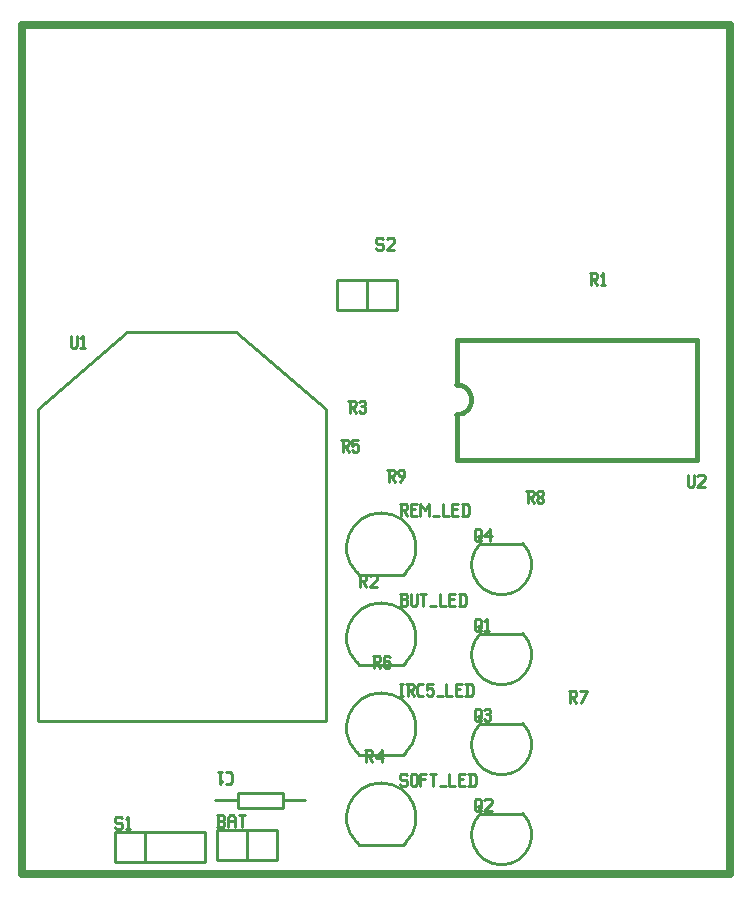
<source format=gbr>
G04 start of page 7 for group -4079 idx -4079 *
G04 Title: (unknown), topsilk *
G04 Creator: pcb 20110918 *
G04 CreationDate: Tue 12 Jun 2012 03:36:23 PM GMT UTC *
G04 For: ed *
G04 Format: Gerber/RS-274X *
G04 PCB-Dimensions: 236000 283000 *
G04 PCB-Coordinate-Origin: lower left *
%MOIN*%
%FSLAX25Y25*%
%LNTOPSILK*%
%ADD57C,0.0150*%
%ADD56C,0.0100*%
%ADD55C,0.0250*%
G54D55*X0Y0D02*X236000D01*
Y283000D01*
X0D02*Y0D01*
X236000Y283000D02*X0D01*
G54D56*X5300Y154900D02*X35200Y180600D01*
X71400D01*
X101300Y154900D01*
Y50900D01*
X5300D02*X101300D01*
X5300Y154900D02*Y50900D01*
X153000Y110000D02*X167000D01*
X152929Y110071D02*G75*G03X167071Y110071I7071J-7071D01*G01*
X153000Y80000D02*X167000D01*
X152929Y80071D02*G75*G03X167071Y80071I7071J-7071D01*G01*
X105000Y198000D02*X125000D01*
X105000D02*Y188000D01*
X125000D01*
Y198000D02*Y188000D01*
X115000Y198000D02*Y188000D01*
X125000D01*
G54D57*X145000Y138000D02*X225000D01*
Y178000D02*Y138000D01*
X145000Y178000D02*X225000D01*
X145000Y153000D02*Y138000D01*
Y178000D02*Y163000D01*
Y153000D02*G75*G03X145000Y163000I0J5000D01*G01*
G54D56*X127200Y99500D02*X112700D01*
X128100Y100500D02*X127100Y99500D01*
X111700Y100500D02*X112600Y99600D01*
X128102Y100498D02*G75*G03X111698Y100498I-8202J8202D01*G01*
X127200Y69500D02*X112700D01*
X128100Y70500D02*X127100Y69500D01*
X111700Y70500D02*X112600Y69600D01*
X128102Y70498D02*G75*G03X111698Y70498I-8202J8202D01*G01*
X87000Y24500D02*X94500D01*
X64500D02*X72000D01*
Y22000D02*X87000D01*
X72000Y27000D02*Y22000D01*
Y27000D02*X87000D01*
Y22000D01*
X65000Y4500D02*X85000D01*
Y14500D02*Y4500D01*
X65000Y14500D02*X85000D01*
X65000D02*Y4500D01*
X75000Y14500D02*Y4500D01*
X65000Y14500D02*X75000D01*
X31000Y4000D02*X61000D01*
Y14000D02*Y4000D01*
X31000Y14000D02*X61000D01*
X31000D02*Y4000D01*
X41000Y14000D02*Y4000D01*
X31000Y14000D02*X41000D01*
X153000Y20000D02*X167000D01*
X152929Y20071D02*G75*G03X167071Y20071I7071J-7071D01*G01*
X153000Y50000D02*X167000D01*
X152929Y50071D02*G75*G03X167071Y50071I7071J-7071D01*G01*
X127200Y9500D02*X112700D01*
X128100Y10500D02*X127100Y9500D01*
X111700Y10500D02*X112600Y9600D01*
X128102Y10498D02*G75*G03X111698Y10498I-8202J8202D01*G01*
X127200Y39500D02*X112700D01*
X128100Y40500D02*X127100Y39500D01*
X111700Y40500D02*X112600Y39600D01*
X128102Y40498D02*G75*G03X111698Y40498I-8202J8202D01*G01*
X108791Y157650D02*X110791D01*
X111291Y157150D01*
Y156150D01*
X110791Y155650D02*X111291Y156150D01*
X109291Y155650D02*X110791D01*
X109291Y157650D02*Y153650D01*
X110091Y155650D02*X111291Y153650D01*
X112491Y157150D02*X112991Y157650D01*
X113991D01*
X114491Y157150D01*
X113991Y153650D02*X114491Y154150D01*
X112991Y153650D02*X113991D01*
X112491Y154150D02*X112991Y153650D01*
Y155850D02*X113991D01*
X114491Y157150D02*Y156350D01*
Y155350D02*Y154150D01*
Y155350D02*X113991Y155850D01*
X114491Y156350D02*X113991Y155850D01*
X168173Y127650D02*X170173D01*
X170673Y127150D01*
Y126150D01*
X170173Y125650D02*X170673Y126150D01*
X168673Y125650D02*X170173D01*
X168673Y127650D02*Y123650D01*
X169473Y125650D02*X170673Y123650D01*
X171873Y124150D02*X172373Y123650D01*
X171873Y124950D02*Y124150D01*
Y124950D02*X172573Y125650D01*
X173173D01*
X173873Y124950D01*
Y124150D01*
X173373Y123650D02*X173873Y124150D01*
X172373Y123650D02*X173373D01*
X171873Y126350D02*X172573Y125650D01*
X171873Y127150D02*Y126350D01*
Y127150D02*X172373Y127650D01*
X173373D01*
X173873Y127150D01*
Y126350D01*
X173173Y125650D02*X173873Y126350D01*
X222000Y133000D02*Y129500D01*
X222500Y129000D01*
X223500D01*
X224000Y129500D01*
Y133000D02*Y129500D01*
X225200Y132500D02*X225700Y133000D01*
X227200D01*
X227700Y132500D01*
Y131500D01*
X225200Y129000D02*X227700Y131500D01*
X225200Y129000D02*X227700D01*
X106468Y144650D02*X108468D01*
X108968Y144150D01*
Y143150D01*
X108468Y142650D02*X108968Y143150D01*
X106968Y142650D02*X108468D01*
X106968Y144650D02*Y140650D01*
X107768Y142650D02*X108968Y140650D01*
X110168Y144650D02*X112168D01*
X110168D02*Y142650D01*
X110668Y143150D01*
X111668D01*
X112168Y142650D01*
Y141150D01*
X111668Y140650D02*X112168Y141150D01*
X110668Y140650D02*X111668D01*
X110168Y141150D02*X110668Y140650D01*
X151000Y114500D02*Y111500D01*
Y114500D02*X151500Y115000D01*
X152500D01*
X153000Y114500D01*
Y112000D01*
X152000Y111000D02*X153000Y112000D01*
X151500Y111000D02*X152000D01*
X151000Y111500D02*X151500Y111000D01*
X152000Y112500D02*X153000Y111000D01*
X154200Y112500D02*X156200Y115000D01*
X154200Y112500D02*X156700D01*
X156200Y115000D02*Y111000D01*
X126000Y123400D02*X128000D01*
X128500Y122900D01*
Y121900D01*
X128000Y121400D02*X128500Y121900D01*
X126500Y121400D02*X128000D01*
X126500Y123400D02*Y119400D01*
X127300Y121400D02*X128500Y119400D01*
X129700Y121600D02*X131200D01*
X129700Y119400D02*X131700D01*
X129700Y123400D02*Y119400D01*
Y123400D02*X131700D01*
X132900D02*Y119400D01*
Y123400D02*X134400Y121400D01*
X135900Y123400D01*
Y119400D01*
X137100D02*X139100D01*
X140300Y123400D02*Y119400D01*
X142300D01*
X143500Y121600D02*X145000D01*
X143500Y119400D02*X145500D01*
X143500Y123400D02*Y119400D01*
Y123400D02*X145500D01*
X147200D02*Y119400D01*
X148500Y123400D02*X149200Y122700D01*
Y120100D01*
X148500Y119400D02*X149200Y120100D01*
X146700Y119400D02*X148500D01*
X146700Y123400D02*X148500D01*
X121850Y134650D02*X123850D01*
X124350Y134150D01*
Y133150D01*
X123850Y132650D02*X124350Y133150D01*
X122350Y132650D02*X123850D01*
X122350Y134650D02*Y130650D01*
X123150Y132650D02*X124350Y130650D01*
X126050D02*X127550Y132650D01*
Y134150D02*Y132650D01*
X127050Y134650D02*X127550Y134150D01*
X126050Y134650D02*X127050D01*
X125550Y134150D02*X126050Y134650D01*
X125550Y134150D02*Y133150D01*
X126050Y132650D01*
X127550D01*
X126000Y89400D02*X128000D01*
X128500Y89900D01*
Y91100D02*Y89900D01*
X128000Y91600D02*X128500Y91100D01*
X126500Y91600D02*X128000D01*
X126500Y93400D02*Y89400D01*
X126000Y93400D02*X128000D01*
X128500Y92900D01*
Y92100D01*
X128000Y91600D02*X128500Y92100D01*
X129700Y93400D02*Y89900D01*
X130200Y89400D01*
X131200D01*
X131700Y89900D01*
Y93400D02*Y89900D01*
X132900Y93400D02*X134900D01*
X133900D02*Y89400D01*
X136100D02*X138100D01*
X139300Y93400D02*Y89400D01*
X141300D01*
X142500Y91600D02*X144000D01*
X142500Y89400D02*X144500D01*
X142500Y93400D02*Y89400D01*
Y93400D02*X144500D01*
X146200D02*Y89400D01*
X147500Y93400D02*X148200Y92700D01*
Y90100D01*
X147500Y89400D02*X148200Y90100D01*
X145700Y89400D02*X147500D01*
X145700Y93400D02*X147500D01*
X151000Y84500D02*Y81500D01*
Y84500D02*X151500Y85000D01*
X152500D01*
X153000Y84500D01*
Y82000D01*
X152000Y81000D02*X153000Y82000D01*
X151500Y81000D02*X152000D01*
X151000Y81500D02*X151500Y81000D01*
X152000Y82500D02*X153000Y81000D01*
X154200Y84200D02*X155000Y85000D01*
Y81000D01*
X154200D02*X155700D01*
X189291Y200150D02*X191291D01*
X191791Y199650D01*
Y198650D01*
X191291Y198150D02*X191791Y198650D01*
X189791Y198150D02*X191291D01*
X189791Y200150D02*Y196150D01*
X190591Y198150D02*X191791Y196150D01*
X192991Y199350D02*X193791Y200150D01*
Y196150D01*
X192991D02*X194491D01*
X120000Y212000D02*X120500Y211500D01*
X118500Y212000D02*X120000D01*
X118000Y211500D02*X118500Y212000D01*
X118000Y211500D02*Y210500D01*
X118500Y210000D01*
X120000D01*
X120500Y209500D01*
Y208500D01*
X120000Y208000D02*X120500Y208500D01*
X118500Y208000D02*X120000D01*
X118000Y208500D02*X118500Y208000D01*
X121700Y211500D02*X122200Y212000D01*
X123700D01*
X124200Y211500D01*
Y210500D01*
X121700Y208000D02*X124200Y210500D01*
X121700Y208000D02*X124200D01*
X16400Y179300D02*Y175800D01*
X16900Y175300D01*
X17900D01*
X18400Y175800D01*
Y179300D02*Y175800D01*
X19600Y178500D02*X20400Y179300D01*
Y175300D01*
X19600D02*X21100D01*
X68000Y34000D02*X69300D01*
X70000Y33300D02*X69300Y34000D01*
X70000Y33300D02*Y30700D01*
X69300Y30000D01*
X68000D02*X69300D01*
X66800Y30800D02*X66000Y30000D01*
Y34000D02*Y30000D01*
X65300Y34000D02*X66800D01*
X65000Y15500D02*X67000D01*
X67500Y16000D01*
Y17200D02*Y16000D01*
X67000Y17700D02*X67500Y17200D01*
X65500Y17700D02*X67000D01*
X65500Y19500D02*Y15500D01*
X65000Y19500D02*X67000D01*
X67500Y19000D01*
Y18200D01*
X67000Y17700D02*X67500Y18200D01*
X68700Y18500D02*Y15500D01*
Y18500D02*X69400Y19500D01*
X70500D01*
X71200Y18500D01*
Y15500D01*
X68700Y17500D02*X71200D01*
X72400Y19500D02*X74400D01*
X73400D02*Y15500D01*
X33000Y19000D02*X33500Y18500D01*
X31500Y19000D02*X33000D01*
X31000Y18500D02*X31500Y19000D01*
X31000Y18500D02*Y17500D01*
X31500Y17000D01*
X33000D01*
X33500Y16500D01*
Y15500D01*
X33000Y15000D02*X33500Y15500D01*
X31500Y15000D02*X33000D01*
X31000Y15500D02*X31500Y15000D01*
X34700Y18200D02*X35500Y19000D01*
Y15000D01*
X34700D02*X36200D01*
X114409Y41150D02*X116409D01*
X116909Y40650D01*
Y39650D01*
X116409Y39150D02*X116909Y39650D01*
X114909Y39150D02*X116409D01*
X114909Y41150D02*Y37150D01*
X115709Y39150D02*X116909Y37150D01*
X118109Y38650D02*X120109Y41150D01*
X118109Y38650D02*X120609D01*
X120109Y41150D02*Y37150D01*
X112350Y99650D02*X114350D01*
X114850Y99150D01*
Y98150D01*
X114350Y97650D02*X114850Y98150D01*
X112850Y97650D02*X114350D01*
X112850Y99650D02*Y95650D01*
X113650Y97650D02*X114850Y95650D01*
X116050Y99150D02*X116550Y99650D01*
X118050D01*
X118550Y99150D01*
Y98150D01*
X116050Y95650D02*X118550Y98150D01*
X116050Y95650D02*X118550D01*
X116968Y72650D02*X118968D01*
X119468Y72150D01*
Y71150D01*
X118968Y70650D02*X119468Y71150D01*
X117468Y70650D02*X118968D01*
X117468Y72650D02*Y68650D01*
X118268Y70650D02*X119468Y68650D01*
X122168Y72650D02*X122668Y72150D01*
X121168Y72650D02*X122168D01*
X120668Y72150D02*X121168Y72650D01*
X120668Y72150D02*Y69150D01*
X121168Y68650D01*
X122168Y70850D02*X122668Y70350D01*
X120668Y70850D02*X122168D01*
X121168Y68650D02*X122168D01*
X122668Y69150D01*
Y70350D02*Y69150D01*
X151000Y24500D02*Y21500D01*
Y24500D02*X151500Y25000D01*
X152500D01*
X153000Y24500D01*
Y22000D01*
X152000Y21000D02*X153000Y22000D01*
X151500Y21000D02*X152000D01*
X151000Y21500D02*X151500Y21000D01*
X152000Y22500D02*X153000Y21000D01*
X154200Y24500D02*X154700Y25000D01*
X156200D01*
X156700Y24500D01*
Y23500D01*
X154200Y21000D02*X156700Y23500D01*
X154200Y21000D02*X156700D01*
X151000Y54500D02*Y51500D01*
Y54500D02*X151500Y55000D01*
X152500D01*
X153000Y54500D01*
Y52000D01*
X152000Y51000D02*X153000Y52000D01*
X151500Y51000D02*X152000D01*
X151000Y51500D02*X151500Y51000D01*
X152000Y52500D02*X153000Y51000D01*
X154200Y54500D02*X154700Y55000D01*
X155700D01*
X156200Y54500D01*
X155700Y51000D02*X156200Y51500D01*
X154700Y51000D02*X155700D01*
X154200Y51500D02*X154700Y51000D01*
Y53200D02*X155700D01*
X156200Y54500D02*Y53700D01*
Y52700D02*Y51500D01*
Y52700D02*X155700Y53200D01*
X156200Y53700D02*X155700Y53200D01*
X128000Y33400D02*X128500Y32900D01*
X126500Y33400D02*X128000D01*
X126000Y32900D02*X126500Y33400D01*
X126000Y32900D02*Y31900D01*
X126500Y31400D01*
X128000D01*
X128500Y30900D01*
Y29900D01*
X128000Y29400D02*X128500Y29900D01*
X126500Y29400D02*X128000D01*
X126000Y29900D02*X126500Y29400D01*
X129700Y32900D02*Y29900D01*
Y32900D02*X130200Y33400D01*
X131200D01*
X131700Y32900D01*
Y29900D01*
X131200Y29400D02*X131700Y29900D01*
X130200Y29400D02*X131200D01*
X129700Y29900D02*X130200Y29400D01*
X132900Y33400D02*Y29400D01*
Y33400D02*X134900D01*
X132900Y31600D02*X134400D01*
X136100Y33400D02*X138100D01*
X137100D02*Y29400D01*
X139300D02*X141300D01*
X142500Y33400D02*Y29400D01*
X144500D01*
X145700Y31600D02*X147200D01*
X145700Y29400D02*X147700D01*
X145700Y33400D02*Y29400D01*
Y33400D02*X147700D01*
X149400D02*Y29400D01*
X150700Y33400D02*X151400Y32700D01*
Y30100D01*
X150700Y29400D02*X151400Y30100D01*
X148900Y29400D02*X150700D01*
X148900Y33400D02*X150700D01*
X126000Y63400D02*X127000D01*
X126500D02*Y59400D01*
X126000D02*X127000D01*
X128200Y63400D02*X130200D01*
X130700Y62900D01*
Y61900D01*
X130200Y61400D02*X130700Y61900D01*
X128700Y61400D02*X130200D01*
X128700Y63400D02*Y59400D01*
X129500Y61400D02*X130700Y59400D01*
X132600D02*X133900D01*
X131900Y60100D02*X132600Y59400D01*
X131900Y62700D02*Y60100D01*
Y62700D02*X132600Y63400D01*
X133900D01*
X135100D02*X137100D01*
X135100D02*Y61400D01*
X135600Y61900D01*
X136600D01*
X137100Y61400D01*
Y59900D01*
X136600Y59400D02*X137100Y59900D01*
X135600Y59400D02*X136600D01*
X135100Y59900D02*X135600Y59400D01*
X138300D02*X140300D01*
X141500Y63400D02*Y59400D01*
X143500D01*
X144700Y61600D02*X146200D01*
X144700Y59400D02*X146700D01*
X144700Y63400D02*Y59400D01*
Y63400D02*X146700D01*
X148400D02*Y59400D01*
X149700Y63400D02*X150400Y62700D01*
Y60100D01*
X149700Y59400D02*X150400Y60100D01*
X147900Y59400D02*X149700D01*
X147900Y63400D02*X149700D01*
X182291Y60973D02*X184291D01*
X184791Y60473D01*
Y59473D01*
X184291Y58973D02*X184791Y59473D01*
X182791Y58973D02*X184291D01*
X182791Y60973D02*Y56973D01*
X183591Y58973D02*X184791Y56973D01*
X186491D02*X188491Y60973D01*
X185991D02*X188491D01*
M02*

</source>
